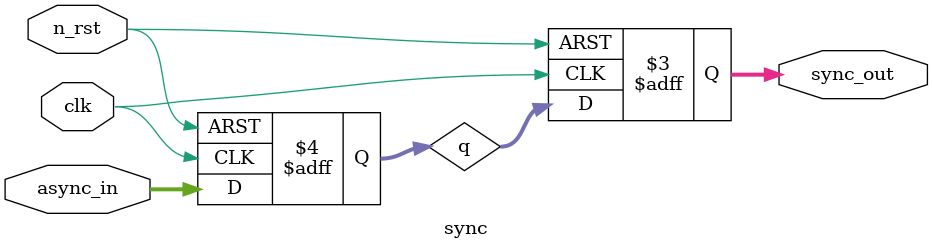
<source format=sv>

module sync
  (
  input wire clk,
  input wire n_rst,
  input wire [3:0] async_in,
  output reg [3:0] sync_out
  );
  
  reg [3:0] q;
  
  always_ff @ (posedge clk, negedge n_rst)
  begin 
    if(n_rst == 1'b0)
      begin
        sync_out <= 0;
        q <= 0;
      end
      else 
   
	     begin
               q <= async_in;
		sync_out <= q;
		
	   
	  // sync_out = q;
	   
        end
      end
    
    
   /* always_ff @ (posedge clk, negedge n_rst)
      begin 
       if(n_rst == 1'b0)
         begin
           sync_out <= 0;
           q <= 0;
         end
       else 
         begin
           sync_out <= q;
         end
       end*/
  
  endmodule

</source>
